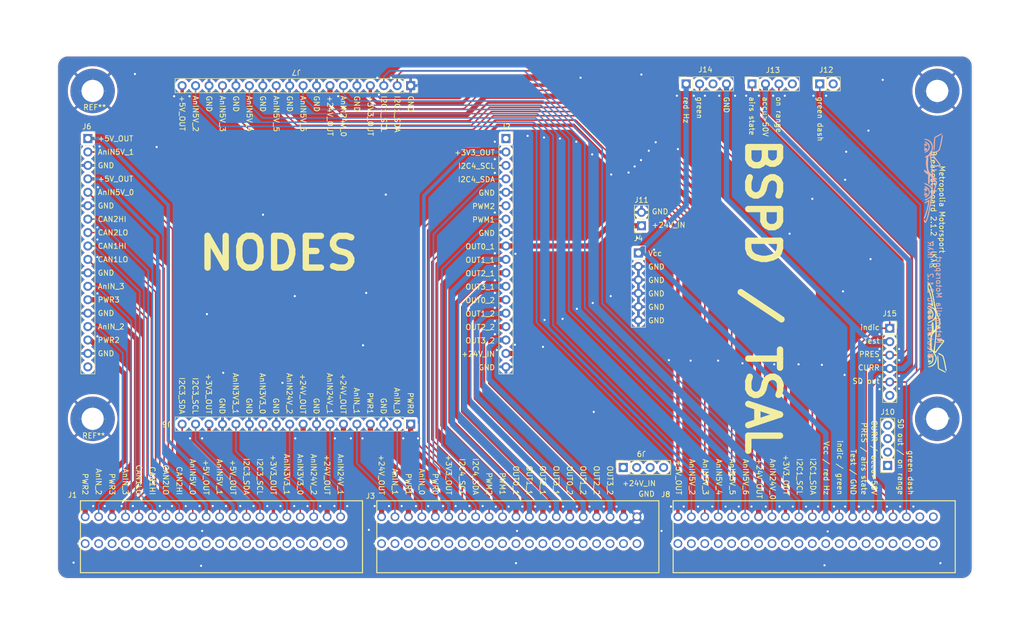
<source format=kicad_pcb>
(kicad_pcb (version 20240108) (generator "pcbnew") (generator_version "8.0")
  (layers (0 "F.Cu" signal) (31 "B.Cu" signal) (34 "B.Paste" user) (35 "F.Paste" user) (36 "B.SilkS" user "B.Silkscreen") (37 "F.SilkS" user "F.Silkscreen") (38 "B.Mask" user) (39 "F.Mask" user) (44 "Edge.Cuts" user))
  (net 0 "")
  (net 14 "/Vin")
  (net 16 "/GND")
  (net 43 "/AnIN5V_0")
  (net 44 "/AnIN5V_1")
  (net 45 "/AnIN24V_1")
  (net 76 "/CAN2LO")
  (net 77 "/CAN2HI")
  (net 78 "/CAN1LO")
  (net 79 "/CAN1HI")
  (net 80 "/I2C3_SDA")
  (net 81 "/I2C3_SCL")
  (net 82 "/+3V3_OUT2")
  (net 83 "/I2C1_SDA")
  (net 84 "/I2C1_SCL")
  (net 85 "/+3V3_OUT1")
  (net 86 "/I2C4_SDA")
  (net 87 "/I2C4_SCL")
  (net 88 "/+3V3_OUT0")
  (net 89 "/+24V_OUT0")
  (net 90 "/+24V_OUT1")
  (net 91 "/+24V_OUT2")
  (net 92 "/PWR1")
  (net 93 "/AnIN_0")
  (net 94 "/PWR2")
  (net 95 "/AnIN_1")
  (net 96 "/PWR3")
  (net 97 "/AnIN_2")
  (net 98 "/AnIN_3")
  (net 99 "/PWM1")
  (net 100 "/PWM2")
  (net 101 "/OUT0_1")
  (net 102 "/OUT1_1")
  (net 103 "/OUT2_1")
  (net 104 "/OUT3_1")
  (net 105 "/OUT0_2")
  (net 106 "/OUT1_2")
  (net 107 "/OUT2_2")
  (net 108 "/OUT3_2")
  (net 109 "/+5V_OUT0")
  (net 110 "/+5V_OUT1")
  (net 111 "/+5V_OUT2")
  (net 113 "/Vcc {slash} red Hz")
  (net 114 "/indic {slash} green")
  (net 115 "/Test {slash} GND")
  (net 116 "/PRES {slash} airs state")
  (net 117 "/green dash")
  (net 121 "/CURR {slash} accu>50V")
  (net 122 "/SD out {slash} on range")
  (net 123 "/AnIN24V_2")
  (net 124 "/AnIN3V3_0")
  (net 125 "/AnIN3V3_1")
  (net 126 "/PWR0")
  (net 127 "/AnIN5V_4")
  (net 128 "/AnIN5V_3")
  (net 129 "/AnIN5V_6")
  (net 130 "/AnIN5V_5")
  (net 131 "/AnIN5V_2")
  (net 132 "/AnIN24V_0")
  (footprint "Connector_PinSocket_2.54mm:PinSocket_1x04_P2.54mm_Vertical" (layer "F.Cu") (at 183.555 50.065 90)
    (property "Reference" "J14")
    (property "Value" "Conn_01x04")
  )
  (footprint "Connector_PinSocket_2.54mm:PinSocket_1x04_P2.54mm_Vertical" (layer "F.Cu") (at 221.63 122.225 180)
    (property "Reference" "J10")
    (property "Value" "Conn_01x04")
  )
  (footprint "Metropolia Motorsport:8.4mm4.2mmBOLT" (layer "F.Cu") (at 231 51.4)
    (property "Reference" "REF**")
    (property "Value" "8.4mm4.2mmBOLT" (hide yes))
  )
  (footprint "Metropolia Motorsport:8.4mm4.2mmBOLT" (layer "F.Cu") (at 71.4 51.4)
    (property "Reference" "REF**")
    (property "Value" "8.4mm4.2mmBOLT" (hide yes))
  )
  (footprint "Connector_PinSocket_2.54mm:PinSocket_1x18_P2.54mm_Vertical" (layer "F.Cu") (at 131.5 114.4 -90)
    (property "Reference" "J5")
    (property "Value" "Conn_01x18")
  )
  (footprint "Connector_PinSocket_2.54mm:PinSocket_1x18_P2.54mm_Vertical" (layer "F.Cu") (at 70.5 60.4)
    (property "Reference" "J6")
    (property "Value" "Conn_01x18")
  )
  (footprint "Connector_Phoenix_SPT:1706013" (layer "F.Cu") (at 70 137)
    (property "Reference" "J1")
    (property "Value" "1706013" (hide yes))
  )
  (footprint "Connector_PinSocket_2.54mm:PinSocket_1x04_P2.54mm_Vertical" (layer "F.Cu") (at 196.005 50.065 90)
    (property "Reference" "J13")
    (property "Value" "Conn_01x04")
  )
  (footprint "Connector_PinSocket_2.54mm:PinSocket_1x06_P2.54mm_Vertical" (layer "F.Cu") (at 222.025 96.275)
    (property "Reference" "J15")
    (property "Value" "Conn_01x06")
  )
  (footprint "Connector_Phoenix_SPT:1706013" (layer "F.Cu") (at 182 137)
    (property "Reference" "J8")
    (property "Value" "1706013" (hide yes))
  )
  (footprint "Metropolia Motorsport:formula_logo" (layer "F.Cu") (at 231 96.2 -90)
    (property "Reference" "G***" (hide yes))
    (property "Value" "LOGO" (hide yes))
  )
  (footprint "Connector_PinSocket_2.54mm:PinSocket_1x18_P2.54mm_Vertical" (layer "F.Cu") (at 149.5 60.4)
    (property "Reference" "J2")
    (property "Value" "Conn_01x18")
  )
  (footprint "Connector_PinSocket_2.54mm:PinSocket_1x02_P2.54mm_Vertical" (layer "F.Cu") (at 208.805 50.065 90)
    (property "Reference" "J12")
    (property "Value" "Conn_01x02")
  )
  (footprint "Connector_PinSocket_2.54mm:PinSocket_1x02_P2.54mm_Vertical" (layer "F.Cu") (at 175.12 76.895 180)
    (property "Reference" "J11")
    (property "Value" "Conn_01x02")
  )
  (footprint "Connector_PinSocket_2.54mm:PinSocket_1x04_P2.54mm_Vertical" (layer "F.Cu") (at 171.675 122.6 90)
    (property "Reference" "J9")
    (property "Value" "Conn_01x04")
  )
  (footprint "Connector_Phoenix_SPT:1706013" (layer "F.Cu") (at 126 137)
    (property "Reference" "J3")
    (property "Value" "1706013" (hide yes))
  )
  (footprint "Metropolia Motorsport:8.4mm4.2mmBOLT" (layer "F.Cu") (at 231 119.1)
    (property "Reference" "REF**")
    (property "Value" "8.4mm4.2mmBOLT" (hide yes))
  )
  (footprint "Metropolia Motorsport:8.4mm4.2mmBOLT" (layer "F.Cu") (at 71.4 119.1)
    (property "Reference" "REF**")
    (property "Value" "8.4mm4.2mmBOLT" (hide yes))
  )
  (footprint "Connector_PinSocket_2.54mm:PinSocket_1x06_P2.54mm_Vertical" (layer "F.Cu") (at 174.525 82.045)
    (property "Reference" "J4")
    (property "Value" "Conn_01x06")
  )
  (footprint "Connector_PinSocket_2.54mm:PinSocket_1x18_P2.54mm_Vertical" (layer "F.Cu") (at 131.5 50.4 -90)
    (property "Reference" "J7")
    (property "Value" "Conn_01x18")
  )
  (footprint "Metropolia Motorsport:formula_logo" (layer "B.Cu") (at 230.3 67.9 90)
    (property "Reference" "G***" (hide yes))
    (property "Value" "LOGO" (hide yes))
  )
  (gr_arc (start 237.7 141.7) (mid 237.114214 143.114214) (end 235.7 143.7) (stroke (width 0.05)) (layer "Edge.Cuts"))
  (gr_line (start 64.7 46.7) (end 64.7 141.7) (stroke (width 0.05)) (layer "Edge.Cuts"))
  (gr_arc (start 66.7 143.7) (mid 65.285786 143.114214) (end 64.7 141.7) (stroke (width 0.05)) (layer "Edge.Cuts"))
  (gr_arc (start 235.7 44.7) (mid 237.114214 45.285786) (end 237.7 46.7) (stroke (width 0.05)) (layer "Edge.Cuts"))
  (gr_line (start 66.7 143.7) (end 235.7 143.7) (stroke (width 0.05)) (layer "Edge.Cuts"))
  (gr_arc (start 64.7 46.7) (mid 65.285786 45.285786) (end 66.7 44.7) (stroke (width 0.05)) (layer "Edge.Cuts"))
  (gr_line (start 235.7 44.7) (end 66.7 44.7) (stroke (width 0.05)) (layer "Edge.Cuts"))
  (gr_line (start 237.7 141.7) (end 237.7 46.7) (stroke (width 0.05)) (layer "Edge.Cuts"))
  (gr_text "Metropolia Motorsport\nBreakout board 2.1.2 - IKλR" (at 230.5 90.9 270) (layer "B.SilkS") (effects (font (size 1 1) (thickness 0.154)) (justify mirror)))
  (gr_text "GND" (at 176.3 92.86 0) (layer "F.SilkS") (effects (font (size 1 1) (thickness 0.154)) (justify left bottom)))
  (gr_text "CAN1HI" (at 72.3 81.32 0) (layer "F.SilkS") (effects (font (size 1 1) (thickness 0.154)) (justify left bottom)))
  (gr_text "Vcc" (at 176.3 82.7 0) (layer "F.SilkS") (effects (font (size 1 1) (thickness 0.154)) (justify left bottom)))
  (gr_text "PWR1" (at 130.48 127.9 270) (layer "F.SilkS") (effects (font (size 1 1) (thickness 0.154)) (justify right bottom)))
  (gr_text "+3V3_OUT" (at 147.5 63.64 0) (layer "F.SilkS") (effects (font (size 1 1) (thickness 0.154)) (justify right bottom)))
  (gr_text "GND" (at 72.3 86.4 0) (layer "F.SilkS") (effects (font (size 1 1) (thickness 0.154)) (justify left bottom)))
  (gr_text "+3V3_OUT" (at 138.1 127.9 270) (layer "F.SilkS") (effects (font (size 1 1) (thickness 0.154)) (justify right bottom)))
  (gr_text "accu>50V" (at 197.94 52.4 270) (layer "F.SilkS") (effects (font (size 1 1) (thickness 0.154)) (justify left bottom)))
  (gr_text "AnIN5V_0" (at 72.3 71.16 0) (layer "F.SilkS") (effects (font (size 1 1) (thickness 0.154)) (justify left bottom)))
  (gr_text "OUT1_2" (at 147.5 94.12 0) (layer "F.SilkS") (effects (font (size 1 1) (thickness 0.154)) (justify right bottom)))
  (gr_text "GND" (at 176.3 87.78 0) (layer "F.SilkS") (effects (font (size 1 1) (thickness 0.154)) (justify left bottom)))
  (gr_text "GND" (at 177 74.8 0) (layer "F.SilkS") (effects (font (size 1 1) (thickness 0.154)) (justify left bottom)))
  (gr_text "+5V_OUT" (at 72.3 68.62 0) (layer "F.SilkS") (effects (font (size 1 1) (thickness 0.154)) (justify left bottom)))
  (gr_text "GND" (at 147.5 71.26 0) (layer "F.SilkS") (effects (font (size 1 1) (thickness 0.154)) (justify right bottom)))
  (gr_text "GND" (at 176.3 85.24 0) (layer "F.SilkS") (effects (font (size 1 1) (thickness 0.154)) (justify left bottom)))
  (gr_text "PWR3" (at 74.48 127.9 270) (layer "F.SilkS") (effects (font (size 1 1) (thickness 0.154)) (justify right bottom)))
  (gr_text "AnIN5V_2" (at 90.28 52.2 270) (layer "F.SilkS") (effects (font (size 1 1) (thickness 0.154)) (justify left bottom)))
  (gr_text "GND" (at 113.14 52.2 270) (layer "F.SilkS") (effects (font (size 1 1) (thickness 0.154)) (justify left bottom)))
  (gr_text "GND" (at 105.46 112.6 270) (layer "F.SilkS") (effects (font (size 1 1) (thickness 0.154)) (justify right bottom)))
  (gr_text "AnIN5V_4" (at 189.16 127.9 270) (layer "F.SilkS") (effects (font (size 1 1) (thickness 0.154)) (justify right bottom)))
  (gr_text "GND" (at 72.3 73.7 0) (layer "F.SilkS") (effects (font (size 1 1) (thickness 0.154)) (justify left bottom)))
  (gr_text "GND" (at 113.08 112.6 270) (layer "F.SilkS") (effects (font (size 1 1) (thickness 0.154)) (justify right bottom)))
  (gr_text "I2C1_SCL" (at 204.4 127.9 270) (layer "F.SilkS") (effects (font (size 1 1) (thickness 0.154)) (justify right bottom)))
  (gr_text "GND" (at 97.9 52.2 270) (layer "F.SilkS") (effects (font (size 1 1) (thickness 0.154)) (justify left bottom)))
  (gr_text "green" (at 185.5 52.4 270) (layer "F.SilkS") (effects (font (size 1 1) (thickness 0.154)) (justify left bottom)))
  (gr_text "+3V3_OUT" (at 123.3 52.2 270) (layer "F.SilkS") (effects (font (size 1 1) (thickness 0.154)) (justify left bottom)))
  (gr_text "PWM2" (at 147.5 73.8 0) (layer "F.SilkS") (effects (font (size 1 1) (thickness 0.154)) (justify right bottom)))
  (gr_text "OUT1_2" (at 163.5 127.9 270) (layer "F.SilkS") (effects (font (size 1 1) (thickness 0.154)) (justify right bottom)))
  (gr_text "CURR" (at 220.2 104.32 0) (layer "F.SilkS") (effects (font (size 1 1) (thickness 0.154)) (justify right bottom)))
  (gr_text "+24V_IN" (at 177.9 126.2 0) (layer "F.SilkS") (effects (font (size 1 1) (thickness 0.154)) (justify right bottom)))
  (gr_text "GND" (at 147.5 104.28 0) (layer "F.SilkS") (effects (font (size 1 1) (thickness 0.154)) (justify right bottom)))
  (gr_text "AnIN24V_1" (at 117.66 127.9 270) (layer "F.SilkS") (effects (font (size 1 1) (thickness 0.154)) (justify right bottom)))
  (gr_text "AnIN24V_0" (at 199.32 128.8 270) (layer "F.SilkS") (effects (font (size 1 1) (thickness 0.154)) (justify right bottom)))
  (gr_text "PWM1" (at 147.5 76.34 0) (layer "F.SilkS") (effects (font (size 1 1) (thickness 0.154)) (justify right bottom)))
  (gr_text "AnIN5V_5" (at 105.52 52.2 270) (layer "F.SilkS") (effects (font (size 1 1) (thickness 0.154)) (justify left bottom)))
  (gr_text "CAN2HI" (at 87.18 127.9 270) (layer "F.SilkS") (effects (font (size 1 1) (thickness 0.154)) (justify right bottom)))
  (gr_text "on range" (at 200.48 52.4 270) (layer "F.SilkS") (effects (font (size 1 1) (thickness 0.154)) (justify left bottom)))
  (gr_text "NODES" (at 90.9 85.6 0) (layer "F.SilkS") (effects (font (size 6 6) (thickness 1.2) (bold yes)) (justify left bottom)))
  (gr_text "AnIN_3" (at 77.02 127.9 270) (layer "F.SilkS") (effects (font (size 1 1) (thickness 0.154)) (justify right bottom)))
  (gr_text "AnIN24V_2" (at 108 112.6 270) (layer "F.SilkS") (effects (font (size 1 1) (thickness 0.154)) (justify right bottom)))
  (gr_text "OUT3_1" (at 147.5 89.04 0) (layer "F.SilkS") (effects (font (size 1 1) (thickness 0.154)) (justify right bottom)))
  (gr_text "PRES" (at 220.2 101.78 0) (layer "F.SilkS") (effects (font (size 1 1) (thickness 0.154)) (justify right bottom)))
  (gr_text "+5V_OUT" (at 92.26 127.9 270) (layer "F.SilkS") (effects (font (size 1 1) (thickness 0.154)) (justify right bottom)))
  (gr_text "CAN1HI" (at 82.1 127.9 270) (layer "F.SilkS") (effects (font (size 1 1) (thickness 0.154)) (justify right bottom)))
  (gr_text "I2C1_SDA" (at 206.94 127.9 270) (layer "F.SilkS") (effects (font (size 1 1) (thickness 0.154)) (justify right bottom)))
  (gr_text "CAN2LO" (at 84.64 127.9 270) (layer "F.SilkS") (effects (font (size 1 1) (thickness 0.154)) (justify right bottom)))
  (gr_text "PWR2" (at 69.4 127.9 270) (layer "F.SilkS") (effects (font (size 1 1) (thickness 0.154)) (justify right bottom)))
  (gr_text "OUT2_1" (at 147.5 86.5 0) (layer "F.SilkS") (effects (font (size 1 1) (thickness 0.154)) (justify right bottom)))
  (gr_text "GND" (at 147.5 78.88 0) (layer "F.SilkS") (effects (font (size 1 1) (thickness 0.154)) (justify right bottom)))
  (gr_text "I2C4_SDA" (at 147.5 68.72 0) (layer "F.SilkS") (effects (font (size 1 1) (thickness 0.154)) (justify right bottom)))
  (gr_text "I2C4_SCL" (at 147.5 66.18 0) (layer "F.SilkS") (effects (font (size 1 1) (thickness 0.154)) (justify right bottom)))
  (gr_text "+3V3_OUT" (at 92.76 112.6 270) (layer "F.SilkS") (effects (font (size 1 1) (thickness 0.154)) (justify right bottom)))
  (gr_text "+24V_OUT" (at 118.16 112.6 270) (layer "F.SilkS") (effects (font (size 1 1) (thickness 0.154)) (justify right bottom)))
  (gr_text "AnIN5V_6" (at 110.6 52.2 270) (layer "F.SilkS") (effects (font (size 1 1) (thickness 0.154)) (justify left bottom)))
  (gr_text "GND" (at 108.06 52.2 270) (layer "F.SilkS") (effects (font (size 1 1) (thickness 0.154)) (justify left bottom)))
  (gr_text "I2C4_SDA" (at 143.18 127.9 270) (layer "F.SilkS") (effects (font (size 1 1) (thickness 0.154)) (justify right bottom)))
  (gr_text "GND" (at 72.3 94.02 0) (layer "F.SilkS") (effects (font (size 1 1) (thickness 0.154)) (justify left bottom)))
  (gr_text "OUT0_2" (at 147.5 91.58 0) (layer "F.SilkS") (effects (font (size 1 1) (thickness 0.154)) (justify right bottom)))
  (gr_text "AnIN3V3_0" (at 110.04 127.9 270) (layer "F.SilkS") (effects (font (size 1 1) (thickness 0.154)) (justify right bottom)))
  (gr_text "+5V_OUT" (at 87.74 52.2 270) (layer "F.SilkS") (effects (font (size 1 1) (thickness 0.154)) (justify left bottom)))
  (gr_text "I2C4_SCL" (at 140.64 127.9 270) (layer "F.SilkS") (effects (font (size 1 1) (thickness 0.154)) (justify right bottom)))
  (gr_text "OUT0_2" (at 160.96 127.9 270) (layer "F.SilkS") (effects (font (size 1 1) (thickness 0.154)) (justify right bottom)))
  (gr_text "CAN1LO" (at 79.56 127.9 270) (layer "F.SilkS") (effects (font (size 1 1) (thickness 0.154)) (justify right bottom)))
  (gr_text "+24V_OUT" (at 196.78 128.6 270) (layer "F.SilkS") (effects (font (size 1 1) (thickness 0.154)) (justify right bottom)))
  (gr_text "Vcc / red Hz" (at 209.48 127.9 270) (layer "F.SilkS") (effects (font (size 1 1) (thickness 0.154)) (justify right bottom)))
  (gr_text "GND" (at 125.78 112.6 270) (layer "F.SilkS") (effects (font (size 1 1) (thickness 0.154)) (justify right bottom)))
  (gr_text "AnIN_0" (at 133.02 127.9 270) (layer "F.SilkS") (effects (font (size 1 1) (thickness 0.154)) (justify right bottom)))
  (gr_text "PWR3" (at 72.3 91.48 0) (layer "F.SilkS") (effects (font (size 1 1) (thickness 0.154)) (justify left bottom)))
  (gr_text "AnIN5V_3" (at 95.36 52.2 270) (layer "F.SilkS") (effects (font (size 1 1) (thickness 0.154)) (justify left bottom)))
  (gr_text "AnIN3V3_1" (at 107.5 127.9 270) (layer "F.SilkS") (effects (font (size 1 1) (thickness 0.154)) (justify right bottom)))
  (gr_text "AnIN24V_1" (at 115.62 112.6 270) (layer "F.SilkS") (effects (font (size 1 1) (thickness 0.154)) (justify right bottom)))
  (gr_text "AnIN5V_2" (at 184.08 127.9 270) (layer "F.SilkS") (effects (font (size 1 1) (thickness 0.154)) (justify right bottom)))
  (gr_text "OUT2_1" (at 155.88 127.9 270) (layer "F.SilkS") (effects (font (size 1 1) (thickness 0.154)) (justify right bottom)))
  (gr_text "AnIN_1" (at 127.94 127.9 270) (layer "F.SilkS") (effects (font (size 1 1) (thickness 0.154)) (justify right bottom)))
  (gr_text "GND" (at 176.3 90.32 0) (layer "F.SilkS") (effects (font (size 1 1) (thickness 0.154)) (justify left bottom)))
  (gr_text "AnIN5V_5" (at 191.7 127.9 270) (layer "F.SilkS") (effects (font (size 1 1) (thickness 0.154)) (justify right bottom)))
  (gr_text "+24V_OUT" (at 110.54 112.6 270) (layer "F.SilkS") (effects (font (size 1 1) (thickness 0.154)) (justify right bottom)))
  (gr_text "GND" (at 92.82 52.2 270) (layer "F.SilkS") (effects (font (size 1 1) (thickness 0.154)) (justify left bottom)))
  (gr_text "GND" (at 120.76 52.2 270) (layer "F.SilkS") (effects (font (size 1 1) (thickness 0.154)) (justify left bottom)))
  (gr_text "Test / GND" (at 214.56 127.9 270) (layer "F.SilkS") (effects (font (size 1 1) (thickness 0.154)) (justify right bottom)))
  (gr_text "indic / green" (at 212.02 127.9 270) (layer "F.SilkS") (effects (font (size 1 1) (thickness 0.154)) (justify right bottom)))
  (gr_text "AnIN_1" (at 120.7 112.6 270) (layer "F.SilkS") (effects (font (size 1 1) (thickness 0.154)) (justify right bottom)))
  (gr_text "GND" (at 190.58 52.4 270) (layer "F.SilkS") (effects (font (size 1 1) (thickness 0.154)) (justify left bottom)))
  (gr_text "OUT0_1" (at 147.5 81.42 0) (layer "F.SilkS") (effects (font (size 1 1) (thickness 0.154)) (justify right bottom)))
  (gr_text "+3V3_OUT" (at 201.86 127.9 270) (layer "F.SilkS") (effects (font (size 1 1) (thickness 0.154)) (justify right bottom)))
  (gr_text "OUT0_1" (at 150.8 127.9 270) (layer "F.SilkS") (effects (font (size 1 1) (thickness 0.154)) (justify right bottom)))
  (gr_text "AnIN5V_0" (at 89.72 127.9 270) (layer "F.SilkS") (effects (font (size 1 1) (thickness 0.154)) (justify right bottom)))
  (gr_text "+24V_OUT" (at 115.12 127.9 270) (layer "F.SilkS") (effects (font (size 1 1) (thickness 0.154)) (justify right bottom)))
  (gr_text "PWR0" (at 135.56 127.9 270) (layer "F.SilkS") (effects (font (size 1 1) (thickness 0.154)) (justify right bottom)))
  (gr_text "GND" (at 95.3 112.6 270) (layer "F.SilkS") (effects (font (size 1 1) (thickness 0.154)) (justify right bottom)))
  (gr_text "airs state" (at 195.4 52.4 270) (layer "F.SilkS") (effects (font (size 1 1) (thickness 0.154)) (justify left bottom)))
  (gr_text "AnIN_2" (at 71.94 127.9 270) (layer "F.SilkS") (effects (font (size 1 1) (thickness 0.154)) (justify right bottom)))
  (gr_text "OUT3_2" (at 147.5 99.2 0) (layer "F.SilkS") (effects (font (size 1 1) (thickness 0.154)) (justify right bottom)))
  (gr_text "OUT1_1" (at 147.5 83.96 0) (layer "F.SilkS") (effects (font (size 1 1) (thickness 0.154)) (justify right bottom)))
  (gr_text "GND" (at 130.92 52.2 270) (layer "F.SilkS") (effects (font (size 1 1) (thickness 0.154)) (justify left bottom)))
  (gr_text "I2C1_SDA" (at 128.38 52.2 270) (layer "F.SilkS") (effects (font (size 1 1) (thickness 0.154)) (justify left bottom)))
  (gr_text "I2C3_SDA" (at 99.88 127.9 270) (layer "F.SilkS") (effects (font (size 1 1) (thickness 0.154)) (justify right bottom)))
  (gr_text "green dash" (at 208.3 52.4 270) (layer "F.SilkS") (effects (font (size 1 1) (thickness 0.154)) (justify left bottom)))
  (gr_text "Test" (at 220.2 99.24 0) (layer "F.SilkS") (effects (font (size 1 1) (thickness 0.154)) (justify right bottom)))
  (gr_text "OUT1_1" (at 153.34 127.9 270) (layer "F.SilkS") (effects (font (size 1 1) (thickness 0.154)) (justify right bottom)))
  (gr_text "CAN2HI" (at 72.3 76.24 0) (layer "F.SilkS") (effects (font (size 1 1) (thickness 0.154)) (justify left bottom)))
  (gr_text "OUT2_2" (at 166.04 127.9 270) (layer "F.SilkS") (effects (font (size 1 1) (thickness 0.154)) (justify right bottom)))
  (gr_text "CAN1LO" (at 72.3 83.86 0) (layer "F.SilkS") (effects (font (size 1 1) (thickness 0.154)) (justify left bottom)))
  (gr_text "CURR / accu>50V" (at 218.5 127.9 270) (layer "F.SilkS") (effects (font (size 1 1) (thickness 0.154)) (justify right bottom)))
  (gr_text "BSPD / TSAL" (at 194.5 59.8 270) (layer "F.SilkS") (effects (font (size 6 6) (thickness 1.2) (bold yes)) (justify left bottom)))
  (gr_text "AnIN5V_1" (at 94.8 127.9 270) (layer "F.SilkS") (effects (font (size 1 1) (thickness 0.154)) (justify right bottom)))
  (gr_text "green dash" (at 225.4 127.9 270) (layer "F.SilkS") (effects (font (size 1 1) (thickness 0.154)) (justify right bottom)))
  (gr_text "+24V_OUT" (at 125.4 127.9 270) (layer "F.SilkS") (effects (font (size 1 1) (thickness 0.154)) (justify right bottom)))
  (gr_text "+5V_OUT" (at 72.3 61 0) (layer "F.SilkS") (effects (font (size 1 1) (thickness 0.154)) (justify left bottom)))
  (gr_text "I2C1_SCL" (at 125.84 52.2 270) (layer "F.SilkS") (effects (font (size 1 1) (thickness 0.154)) (justify left bottom)))
  (gr_text "GND" (at 102.98 52.2 270) (layer "F.SilkS") (effects (font (size 1 1) (thickness 0.154)) (justify left bottom)))
  (gr_text "+24V_IN" (at 177 77.34 0) (layer "F.SilkS") (effects (font (size 1 1) (thickness 0.154)) (justify left bottom)))
  (gr_text "AnIN_2" (at 72.3 96.56 0) (layer "F.SilkS") (effects (font (size 1 1) (thickness 0.154)) (justify left bottom)))
  (gr_text "AnIN5V_1" (at 72.3 63.54 0) (layer "F.SilkS") (effects (font (size 1 1) (thickness 0.154)) (justify left bottom)))
  (gr_text "+3V3_OUT" (at 104.96 127.9 270) (layer "F.SilkS") (effects (font (size 1 1) (thickness 0.154)) (justify right bottom)))
  (gr_text "CAN2LO" (at 72.3 78.78 0) (layer "F.SilkS") (effects (font (size 1 1) (thickness 0.154)) (justify left bottom)))
  (gr_text "+24V_IN" (at 147.5 101.74 0) (layer "F.SilkS") (effects (font (size 1 1) (thickness 0.154)) (justify right bottom)))
  (gr_text "AnIN5V_4" (at 100.44 52.2 270) (layer "F.SilkS") (effects (font (size 1 1) (thickness 0.154)) (justify left bottom)))
  (gr_text "SD out" (at 220.2 106.86 0) (layer "F.SilkS") (effects (font (size 1 1) (thickness 0.154)) (justify right bottom)))
  (gr_text "AnIN24V_0" (at 118.22 52.2 270) (layer "F.SilkS") (effects (font (size 1 1) (thickness 0.154)) (justify left bottom)))
  (gr_text "red Hz" (at 182.96 52.4 270) (layer "F.SilkS") (effects (font (size 1 1) (thickness 0.154)) (justify left bottom)))
  (gr_text "AnIN5V_3" (at 186.62 127.9 270) (layer "F.SilkS") (effects (font (size 1 1) (thickness 0.154)) (justify right bottom)))
  (gr_text "indic" (at 220.2 96.7 0) (layer "F.SilkS") (effects (font (size 1 1) (thickness 0.154)) (justify right bottom)))
  (gr_text "OUT3_2" (at 168.58 127.9 270) (layer "F.SilkS") (effects (font (size 1 1) (thickness 0.154)) (justify right bottom)))
  (gr_text "AnIN5V_6" (at 194.24 127.9 270) (layer "F.SilkS") (effects (font (size 1 1) (thickness 0.154)) (justify right bottom)))
  (gr_text "OUT2_2" (at 147.5 96.66 0) (layer "F.SilkS") (effects (font (size 1 1) (thickness 0.154)) (justify right bottom)))
  (gr_text "OUT3_1" (at 158.42 127.9 270) (layer "F.SilkS") (effects (font (size 1 1) (thickness 0.154)) (justify right bottom)))
  (gr_text "+24V_OUT" (at 115.68 52.2 270) (layer "F.SilkS") (effects (font (size 1 1) (thickness 0.154)) (justify left bottom)))
  (gr_text "I2C3_SCL" (at 102.42 127.9 270) (layer "F.SilkS") (effects (font (size 1 1) (thickness 0.154)) (justify right bottom)))
  (gr_text "I2C3_SCL" (at 90.22 112.6 270) (layer "F.SilkS") (effects (font (size 1 1) (thickness 0.154)) (justify right bottom)))
  (gr_text "GND" (at 100.38 112.6 270) (layer "F.SilkS") (effects (font (size 1 1) (thickness 0.154)) (justify right bottom)))
  (gr_text "GND" (at 176.3 95.4 0) (layer "F.SilkS") (effects (font (size 1 1) (thickness 0.154)) (justify left bottom)))
  (gr_text "+5V_OUT" (at 97.34 127.9 270) (layer "F.SilkS") (effects (font (size 1 1) (thickness 0.154)) (justify right bottom)))
  (gr_text "AnIN_3" (at 72.3 88.94 0) (layer "F.SilkS") (effects (font (size 1 1) (thickness 0.154)) (justify left bottom)))
  (gr_text "PWR0" (at 130.86 112.6 270) (layer "F.SilkS") (effects (font (size 1 1) (thickness 0.154)) (justify right bottom)))
  (gr_text "+5V_OUT" (at 181.54 127.9 270) (layer "F.SilkS") (effects (font (size 1 1) (thickness 0.154)) (justify right bottom)))
  (gr_text "PWM1" (at 148.26 127.9 270) (layer "F.SilkS") (effects (font (size 1 1) (thickness 0.154)) (justify right bottom)))
  (gr_text "GND" (at 72.3 66.08 0) (layer "F.SilkS") (effects (font (size 1 1) (thickness 0.154)) (justify left bottom)))
  (gr_text "GND" (at 72.3 101.64 0) (layer "F.SilkS") (effects (font (size 1 1) (thickness 0.154)) (justify left bottom)))
  (gr_text "GND" (at 177.7 128.2 0) (layer "F.SilkS") (effects (font (size 1 1) (thickness 0.154)) (justify right bottom)))
  (gr_text "AnIN24V_2" (at 112.58 127.9 270) (layer "F.SilkS") (effects (font (size 1 1) (thickness 0.154)) (justify right bottom)))
  (gr_text "PWM2" (at 145.72 127.9 270) (layer "F.SilkS") (effects (font (size 1 1) (thickness 0.154)) (justify right bottom)))
  (gr_text "AnIN3V3_1" (at 97.84 112.6 270) (layer "F.SilkS") (effects (font (size 1 1) (thickness 0.154)) (justify right bottom)))
  (gr_text "Metropolia Motorsport\nBreakout board 2.1.2 - IKλR" (at 231.1 73.8 270) (layer "F.SilkS") (effects (font (size 1 1) (thickness 0.154))))
  (gr_text "PWR2" (at 72.3 99.1 0) (layer "F.SilkS") (effects (font (size 1 1) (thickness 0.154)) (justify left bottom)))
  (gr_text "PWR1" (at 123.24 112.6 270) (layer "F.SilkS") (effects (font (size 1 1) (thickness 0.154)) (justify right bottom)))
  (gr_text "I2C3_SDA" (at 87.68 112.6 270) (layer "F.SilkS") (effects (font (size 1 1) (thickness 0.154)) (justify right bottom)))
  (gr_text "PRES / airs state" (at 216.6 127.9 270) (layer "F.SilkS") (effects (font (size 1 1) (thickness 0.154)) (justify right bottom)))
  (gr_text "SD out / on range" (at 223.5 127.9 270) (layer "F.SilkS") (effects (font (size 1 1) (thickness 0.154)) (justify right bottom)))
  (gr_text "AnIN3V3_0" (at 102.92 112.6 270) (layer "F.SilkS") (effects (font (size 1 1) (thickness 0.154)) (justify right bottom)))
  (gr_text "AnIN_0" (at 128.32 112.6 270) (layer "F.SilkS") (effects (font (size 1 1) (thickness 0.154)) (justify right bottom)))
  (target plus (at 231 51.4) (size 5) (width 0.05) (layer "Edge.Cuts"))
  (target plus (at 71.4 51.4) (size 5) (width 0.05) (layer "Edge.Cuts"))
  (target plus (at 231 113.4) (size 5) (width 0.05) (layer "Edge.Cuts"))
  (target plus (at 71.4 113.4) (size 5) (width 0.05) (layer "Edge.Cuts"))
  (segment (start 151.34 101.04) (end 158.8 108.5) (width 1) (layer "F.Cu") (net 14))
  (segment (start 158.8 108.5) (end 158.8 115.5) (width 1) (layer "F.Cu") (net 14))
  (segment (start 149.5 101.04) (end 151.34 101.04) (width 1) (layer "F.Cu") (net 14))
  (segment (start 171.72 128.42) (end 171.72 131.92) (width 1) (layer "F.Cu") (net 14))
  (segment (start 158.8 115.5) (end 171.72 128.42) (width 1) (layer "F.Cu") (net 14))
  (via (at 163.6 48.9) (size 0.8) (drill 0.4) (layers "F.Cu" "B.Cu") (net 16))
  (via (at 86.4 129.9) (size 0.8) (drill 0.4) (layers "F.Cu" "B.Cu") (net 16))
  (via (at 147.4 66.9) (size 0.8) (drill 0.4) (layers "F.Cu" "B.Cu") (net 16))
  (via (at 99.3 129.9) (size 0.8) (drill 0.4) (layers "F.Cu" "B.Cu") (net 16))
  (via (at 184.4 102.4) (size 0.8) (drill 0.4) (layers "F.Cu" "B.Cu") (net 16))
  (via (at 162.9 130) (size 0.8) (drill 0.4) (layers "F.Cu" "B.Cu") (net 16))
  (via (at 132.5 129.9) (size 0.8) (drill 0.4) (layers "F.Cu" "B.Cu") (net 16))
  (via (at 174.3 79.2) (size 0.8) (drill 0.4) (layers "F.Cu" "B.Cu") (net 16))
  (via (at 114.4 129.9) (size 0.8) (drill 0.4) (layers "F.Cu" "B.Cu") (net 16))
  (via (at 103.6 74.8) (size 0.8) (drill 0.4) (layers "F.Cu" "B.Cu") (net 16))
  (via (at 72.3 82.8) (size 0.8) (drill 0.4) (layers "F.Cu" "B.Cu") (net 16))
  (via (at 117.8 52.4) (size 0.8) (drill 0.4) (layers "F.Cu" "B.Cu") (net 16))
  (via (at 216.2 130) (size 0.8) (drill 0.4) (layers "F.Cu" "B.Cu") (net 16))
  (via (at 156.8 94.7) (size 0.8) (drill 0.4) (layers "F.Cu" "B.Cu") (net 16))
  (via (at 127.4 129.9) (size 0.8) (drill 0.4) (layers "F.Cu" "B.Cu") (net 16))
  (via (at 180.7 130) (size 0.8) (drill 0.4) (layers "F.Cu" "B.Cu") (net 16))
  (via (at 210.3 134.7) (size 0.8) (drill 0.4) (layers "F.Cu" "B.Cu") (net 16))
  (via (at 200 52.3) (size 0.8) (drill 0.4) (layers "F.Cu" "B.Cu") (net 16))
  (via (at 202.2 52.3) (size 0.8) (drill 0.4) (layers "F.Cu" "B.Cu") (net 16))
  (via (at 223.8 102.3) (size 0.8) (drill 0.4) (layers "F.Cu" "B.Cu") (net 16))
  (via (at 223.8 107.7) (size 0.8) (drill 0.4) (layers "F.Cu" "B.Cu") (net 16))
  (via (at 155.04 130) (size 0.8) (drill 0.4) (layers "F.Cu" "B.Cu") (net 16))
  (via (at 127.8 48.9) (size 0.8) (drill 0.4) (layers "F.Cu" "B.Cu") (net 16))
  (via (at 204.8 103.1) (size 0.8) (drill 0.4) (layers "F.Cu" "B.Cu") (net 16))
  (via (at 172.669669 66.830331) (size 0.8) (drill 0.4) (layers "F.Cu" "B.Cu") (net 16))
  (via (at 147.8 100.4) (size 0.8) (drill 0.4) (layers "F.Cu" "B.Cu") (net 16))
  (via (at 181.8 52.3) (size 0.8) (drill 0.4) (layers "F.Cu" "B.Cu") (net 16))
  (via (at 195.9 130) (size 0.8) (drill 0.4) (layers "F.Cu" "B.Cu") (net 16))
  (via (at 124.7 129.9) (size 0.8) (drill 0.4) (layers "F.Cu" "B.Cu") (net 16))
  (via (at 109.5 129.9) (size 0.8) (drill 0.4) (layers "F.Cu" "B.Cu") (net 16))
  (via (at 137.6 129.9) (size 0.8) (drill 0.4) (layers "F.Cu" "B.Cu") (net 16))
  (via (at 79 129.9) (size 0.8) (drill 0.4) (layers "F.Cu" "B.Cu") (net 16))
  (via (at 84.1 129.9) (size 0.8) (drill 0.4) (layers "F.Cu" "B.Cu") (net 16))
  (via (at 189.8 52.3) (size 0.8) (drill 0.4) (layers "F.Cu" "B.Cu") (net 16))
  (via (at 220.1 97.4) (size 0.8) (drill 0.4) (layers "F.Cu" "B.Cu") (net 16))
  (via (at 194.2 102.9) (size 0.8) (drill 0.4) (layers "F.Cu" "B.Cu") (net 16))
  (via (at 221.5 130) (size 0.8) (drill 0.4) (layers "F.Cu" "B.Cu") (net 16))
  (via (at 224 130) (size 0.8) (drill 0.4) (layers "F.Cu" "B.Cu") (net 16))
  (via (at 147.4 64.3) (size 0.8) (drill 0.4) (layers "F.Cu" "B.Cu") (net 16))
  (via (at 92.1 134.6) (size 0.8) (drill 0.4) (layers "F.Cu" "B.Cu") (net 16))
  (via (at 101.8 129.9) (size 0.8) (drill 0.4) (layers "F.Cu" "B.Cu") (net 16))
  (via (at 151.6 134.6) (size 0.8) (drill 0.4) (layers "F.Cu" "B.Cu") (net 16))
  (via (at 91.9 141.2) (size 0.8) (drill 0.4) (layers "F.Cu" "B.Cu") (net 16))
  (via (at 177.8 61.1) (size 0.8) (drill 0.4) (layers "F.Cu" "B.Cu") (net 16))
  (via (at 147.569669 130.030331) (size 0.8) (drill 0.4) (layers "F.Cu" "B.Cu") (net 16))
  (via (at 173.819669 65.680331) (size 0.8) (drill 0.4) (layers "F.Cu" "B.Cu") (net 16))
  (via (at 125.5 52.1) (size 0.8) (drill 0.4) (layers "F.Cu" "B.Cu") (net 16))
  (via (at 119.5 129.9) (size 0.8) (drill 0.4) (layers "F.Cu" "B.Cu") (net 16))
  (via (at 130.1 117.1) (size 0.8) (drill 0.4) (layers "F.Cu" "B.Cu") (net 16))
  (via (at 213.8 62.9) (size 0.8) (drill 0.4) (layers "F.Cu" "B.Cu") (net 16))
  (via (at 89 129.9) (size 0.8) (drill 0.4) (layers "F.Cu" "B.Cu") (net 16))
  (via (at 142.6 129.9) (size 0.8) (drill 0.4) (layers "F.Cu" "B.Cu") (net 16))
  (via (at 165.3 130) (size 0.8) (drill 0.4) (layers "F.Cu" "B.Cu") (net 16))
  (via (at 71.5 129.9) (size 0.8) (drill 0.4) (layers "F.Cu" "B.Cu") (net 16))
  (via (at 109.7 117.1) (size 0.8) (drill 0.4) (layers "F.Cu" "B.Cu") (net 16))
  (via (at 132.9 117.1) (size 0.8) (drill 0.4) (layers "F.Cu" "B.Cu") (net 16))
  (via (at 220.1 105.4) (size 0.8) (drill 0.4) (layers "F.Cu" "B.Cu") (net 16))
  (via (at 109.6 90.2) (size 0.8) (drill 0.4) (layers "F.Cu" "B.Cu") (net 16))
  (via (at 122.4 117.1) (size 0.8) (drill 0.4) (layers "F.Cu" "B.Cu") (net 16))
  (via (at 72.3 79.5) (size 0.8) (drill 0.4) (layers "F.Cu" "B.Cu") (net 16))
  (via (at 218.4 83.2) (size 0.8) (drill 0.4) (layers "F.Cu" "B.Cu") (net 16))
  (via (at 147.4 74.4) (size 0.8) (drill 0.4) (layers "F.Cu" "B.Cu") (net 16))
  (via (at 117.1 129.9) (size 0.8) (drill 0.4) (layers "F.Cu" "B.Cu") (net 16))
  (via (at 175.022182 64.477818) (size 0.8) (drill 0.4) (layers "F.Cu" "B.Cu") (net 16))
  (via (at 147.4 61) (size 0.8) (drill 0.4) (layers "F.Cu" "B.Cu") (net 16))
  (via (at 160.3 130) (size 0.8) (drill 0.4) (layers "F.Cu" "B.Cu") (net 16))
  (via (at 223.8 100.2) (size 0.8) (drill 0.4) (layers "F.Cu" "B.Cu") (net 16))
  (via (at 209.2 103.2) (size 0.8) (drill 0.4) (layers "F.Cu" "B.Cu") (net 16))
  (via (at 201.2 130) (size 0.8) (drill 0.4) (layers "F.Cu" "B.Cu") (net 16))
  (via (at 147.4 87.2) (size 0.8) (drill 0.4) (layers "F.Cu" "B.Cu") (net 16))
  (via (at 183.1 130) (size 0.8) (drill 0.4) (layers "F.Cu" "B.Cu") (net 16))
  (via (at 166.1 112.1) (size 0.8) (drill 0.4) (layers "F.Cu" "B.Cu") (net 16))
  (via (at 162.9 92.6) (size 0.8) (drill 0.4) (layers "F.Cu" "B.Cu") (net 16))
  (via (at 123.1 89.6) (size 0.8) (drill 0.4) (layers "F.Cu" "B.Cu") (net 16))
  (via (at 86.8 52.4) (size 0.8) (drill 0.4) (layers "F.Cu" "B.Cu") (net 16))
  (via (at 220.7 49.3) (size 0.8) (drill 0.4) (layers "F.Cu" "B.Cu") (net 16))
  (via (at 89.8 117.1) (size 0.8) (drill 0.4) (layers "F.Cu" "B.Cu") (net 16))
  (via (at 94.1 129.9) (size 0.8) (drill 0.4) (layers "F.Cu" "B.Cu") (net 16))
  (via (at 147.4 97.4) (size 0.8) (drill 0.4) (layers "F.Cu" "B.Cu") (net 16))
  (via (at 188.5 130) (size 0.8) (drill 0.4) (layers "F.Cu" "B.Cu") (net 16))
  (via (at 231.6 140.7) (size 0.8) (drill 0.4) (layers "F.Cu" "B.Cu") (net 16))
  (via (at 96.6 129.9) (size 0.8) (drill 0.4) (layers "F.Cu" "B.Cu") (net 16))
  (via (at 150 130) (size 0.8) (drill 0.4) (layers "F.Cu" "B.Cu") (net 16))
  (via (at 197.3 52.3) (size 0.8) (drill 0.4) (layers "F.Cu" "B.Cu") (net 16))
  (via (at 207.4 71.8) (size 0.8) (drill 0.4) (layers "F.Cu" "B.Cu") (net 16))
  (via (at 79.4 48.2) (size 0.8) (drill 0.4) (layers "F.Cu" "B.Cu") (net 16))
  (via (at 160.2 94.5) (size 0.8) (drill 0.4) (layers "F.Cu" "B.Cu") (net 16))
  (via (at 151.4 140.7) (size 0.8) (drill 0.4) (layers "F.Cu" "B.Cu") (net 16))
  (via (at 117.2 117.1) (size 0.8) (drill 0.4) (layers "F.Cu" "B.Cu") (net 16))
  (via (at 176.495926 62.704074) (size 0.8) (drill 0.4) (layers "F.Cu" "B.Cu") (net 16))
  (via (at 177.5 81.4) (size 0.8) (drill 0.4) (layers "F.Cu" "B.Cu") (net 16))
  (via (at 125.2 48.9) (size 0.8) (drill 0.4) (layers "F.Cu" "B.Cu") (net 16))
  (via (at 193.5 130) (size 0.8) (drill 0.4) (layers "F.Cu" "B.Cu") (net 16))
  (via (at 213.6 130) (size 0.8) (drill 0.4) (layers "F.Cu" "B.Cu") (net 16))
  (via (at 180.3 102.3) (size 0.8) (drill 0.4) (layers "F.Cu" "B.Cu") (net 16))
  (via (at 165.9 91.5) (size 0.8) (drill 0.4) (layers "F.Cu" "B.Cu") (net 16))
  (via (at 210 52.3) (size 0.8) (drill 0.4) (layers "F.Cu" "B.Cu") (net 16))
  (via (at 156.5 99.8) (size 0.8) (drill 0.4) (layers "F.Cu" "B.Cu") (net 16))
  (via (at 152.6 130) (size 0.8) (drill 0.4) (layers "F.Cu" "B.Cu") (net 16))
  (via (at 104.4 129.9) (size 0.8) (drill 0.4) (layers "F.Cu" "B.Cu") (net 16))
  (via (at 153.6 59.9) (size 0.8) (drill 0.4) (layers "F.Cu" "B.Cu") (net 16))
  (via (at 72.4 69.6) (size 0.8) (drill 0.4) (layers "F.Cu" "B.Cu") (net 16))
  (via (at 203.7 130) (size 0.8) (drill 0.4) (layers "F.Cu" "B.Cu") (net 16))
  (via (at 206.2 130) (size 0.8) (drill 0.4) (layers "F.Cu" "B.Cu") (net 16))
  (via (at 145.1 129.9) (size 0.8) (drill 0.4) (layers "F.Cu" "B.Cu") (net 16))
  (via (at 216.6 106.6) (size 0.8) (drill 0.4) (layers "F.Cu" "B.Cu") (net 16))
  (via (at 185.8 130) (size 0.8) (drill 0.4) (layers "F.Cu" "B.Cu") (net 16))
  (via (at 73.7 129.9) (size 0.8) (drill 0.4) (layers "F.Cu" "B.Cu") (net 16))
  (via (at 83.5 62) (size 0.8) (drill 0.4) (layers "F.Cu" "B.Cu") (net 16))
  (via (at 218.8 130) (size 0.8) (drill 0.4) (layers "F.Cu" "B.Cu") (net 16))
  (via (at 192.8 52.3) (size 0.8) (drill 0.4) (layers "F.Cu" "B.Cu") (net 16))
  (via (at 147.4 82.1) (size 0.8) (drill 0.4) (layers "F.Cu" "B.Cu") (net 16))
  (via (at 175.1 48.3) (size 0.8) (drill 0.4) (layers "F.Cu" "B.Cu") (net 16))
  (via (at 169.3 90.2) (size 0.8) (drill 0.4) (layers "F.Cu" "B.Cu") (net 16))
  (via (at 157.8 130) (size 0.8) (drill 0.4) (layers "F.Cu" "B.Cu") (net 16))
  (via (at 126.8 71) (size 0.8) (drill 0.4) (layers "F.Cu" "B.Cu") (net 16))
  (via (at 151.2 99.4) (size 0.8) (drill 0.4) (layers "F.Cu" "B.Cu") (net 16))
  (via (at 218 58.9) (size 0.8) (drill 0.4) (layers "F.Cu" "B.Cu") (net 16))
  (via (at 203.1 78.4) (size 0.8) (drill 0.4) (layers "F.Cu" "B.Cu") (net 16))
  (via (at 187.1 52.3) (size 0.8) (drill 0.4) (layers "F.Cu" "B.Cu") (net 16))
  (via (at 213.2 89.3) (size 0.8) (drill 0.4) (layers "F.Cu" "B.Cu") (net 16))
  (via (at 140 129.9) (size 0.8) (drill 0.4) (layers "F.Cu" "B.Cu") (net 16))
  (via (at 151.3 82.2) (size 0.8) (drill 0.4) (layers "F.Cu" "B.Cu") (net 16))
  (via (at 120.2 117.1) (size 0.8) (drill 0.4) (layers "F.Cu" "B.Cu") (net 16))
  (via (at 89.7 52.4) (size 0.8) (drill 0.4) (layers "F.Cu" "B.Cu") (net 16))
  (via (at 220.1 102.3) (size 0.8) (drill 0.4) (layers "F.Cu" "B.Cu") (net 16))
  (via (at 170.4 130) (size 0.8) (drill 0.4) (layers "F.Cu" "B.Cu") (net 16))
  (via (at 223.8 105.3) (size 0.8) (drill 0.4) (layers "F.Cu" "B.Cu") (net 16))
  (via (at 67.8 140.6) (size 0.8) (drill 0.4) (layers "F.Cu" "B.Cu") (net 16))
  (via (at 220.1 107.8) (size 0.8) (drill 0.4) (layers "F.Cu" "B.Cu") (net 16))
  (via (at 165.8 63.4) (size 0.8) (drill 0.4) (layers "F.Cu" "B.Cu") (net 16))
  (via (at 207.6 52.3) (size 0.8) (drill 0.4) (layers "F.Cu" "B.Cu") (net 16))
  (via (at 226.5 130) (size 0.8) (drill 0.4) (layers "F.Cu" "B.Cu") (net 16))
  (via (at 72.7 61.9) (size 0.8) (drill 0.4) (layers "F.Cu" "B.Cu") (net 16))
  (via (at 209.7 141.1) (size 0.8) (drill 0.4) (layers "F.Cu" "B.Cu") (net 16))
  (via (at 162.8 61) (size 0.8) (drill 0.4) (layers "F.Cu" "B.Cu") (net 16))
  (via (at 182 62.4) (size 0.8) (drill 0.4) (layers "F.Cu" "B.Cu") (net 16))
  (via (at 178.9 134.6) (size 0.8) (drill 0.4) (layers "F.Cu" "B.Cu") (net 16))
  (via (at 156.7 60.2) (size 0.8) (drill 0.4) (layers "F.Cu" "B.Cu") (net 16))
  (via (at 112 129.9) (size 0.8) (drill 0.4) (layers "F.Cu" "B.Cu") (net 16))
  (via (at 106.9 129.9) (size 0.8) (drill 0.4) (layers "F.Cu" "B.Cu") (net 16))
  (via (at 189.6 102.4) (size 0.8) (drill 0.4) (layers "F.Cu" "B.Cu") (net 16))
  (via (at 76.87 129.9) (size 0.8) (drill 0.4) (layers "F.Cu" "B.Cu") (net 16))
  (via (at 129.8 129.9) (size 0.8) (drill 0.4) (layers "F.Cu" "B.Cu") (net 16))
  (via (at 92.1 117.1) (size 0.8) (drill 0.4) (layers "F.Cu" "B.Cu") (net 16))
  (via (at 81.4 129.9) (size 0.8) (drill 0.4) (layers "F.Cu" "B.Cu") (net 16))
  (via (at 213.5 105.1) (size 0.8) (drill 0.4) (layers "F.Cu" "B.Cu") (net 16))
  (via (at 213.6 68.2) (size 0.8) (drill 0.4) (layers "F.Cu" "B.Cu") (net 16))
  (via (at 185 52.3) (size 0.8) (drill 0.4) (layers "F.Cu" "B.Cu") (net 16))
  (via (at 123.6 134.4) (size 0.8) (drill 0.4) (layers "F.Cu" "B.Cu") (net 16))
  (via (at 147.4 84.5) (size 0.8) (drill 0.4) (layers "F.Cu" "B.Cu") (net 16))
  (via (at 147.4 92.4) (size 0.8) (drill 0.4) (layers "F.Cu" "B.Cu") (net 16))
  (via (at 72.3 77.2) (size 0.8) (drill 0.4) (layers "F.Cu" "B.Cu") (net 16))
  (via (at 194.9 52.3) (size 0.8) (drill 0.4) (layers "F.Cu" "B.Cu") (net 16))
  (via (at 198.6 130) (size 0.8) (drill 0.4) (layers "F.Cu" "B.Cu") (net 16))
  (via (at 191 130) (size 0.8) (drill 0.4) (layers "F.Cu" "B.Cu") (net 16))
  (via (at 208.5 130) (size 0.8) (drill 0.4) (layers "F.Cu" "B.Cu") (net 16))
  (via (at 200.2 103.1) (size 0.8) (drill 0.4) (layers "F.Cu" "B.Cu") (net 16))
  (via (at 159.7 60.4) (size 0.8) (drill 0.4) (layers "F.Cu" "B.Cu") (net 16))
  (via (at 169.4 67.2) (size 0.8) (drill 0.4) (layers "F.Cu" "B.Cu") (net 16))
  (via (at 93 93.6) (size 0.8) (drill 0.4) (layers "F.Cu" "B.Cu") (net 16))
  (via (at 72.3 97.8) (size 0.8) (drill 0.4) (layers "F.Cu" "B.Cu") (net 16))
  (via (at 147.4 89.6) (size 0.8) (drill 0.4) (layers "F.Cu" "B.Cu") (net 16))
  (via (at 107.28 106.6) (size 0.8) (drill 0.4) (layers "F.Cu" "B.Cu") (net 16))
  (via (at 122.5 99.5) (size 0.8) (drill 0.4) (layers "F.Cu" "B.Cu") (net 16))
  (via (at 96.08 104.7) (size 0.8) (drill 0.4) (layers "F.Cu" "B.Cu") (net 16))
  (via (at 134.8 129.9) (size 0.8) (drill 0.4) (layers "F.Cu" "B.Cu") (net 16))
  (via (at 211.5 130) (size 0.8) (drill 0.4) (layers "F.Cu" "B.Cu") (net 16))
  (via (at 91.6 129.9) (size 0.8) (drill 0.4) (layers "F.Cu" "B.Cu") (net 16))
  (via (at 220.1 100.2) (size 0.8) (drill 0.4) (layers "F.Cu" "B.Cu") (net 16))
  (via (at 147.4 94.9) (size 0.8) (drill 0.4) (layers "F.Cu" "B.Cu") (net 16))
  (via (at 168 130) (size 0.8) (drill 0.4) (layers "F.Cu" "B.Cu") (net 16))
  (via (at 72.3 89.7) (size 0.8) (drill 0.4) (layers "F.Cu" "B.Cu") (net 16))
  (segment (start 70.5 70.56) (end 84.9 84.96) (width 0.3) (layer "F.Cu") (net 43))
  (segment (start 84.9 84.96) (end 84.9 124.1) (width 0.3) (layer "F.Cu") (net 43))
  (segment (start 84.9 124.1) (end 90.32 129.52) (width 0.3) (layer "F.Cu") (net 43))
  (segment (start 90.32 129.52) (end 90.32 131.92) (width 0.3) (layer "F.Cu") (net 43))
  (segment (start 86.5 121.1) (end 95.4 130) (width 0.3) (layer "F.Cu") (net 44))
  (segment (start 86.5 77.5) (end 86.5 121.1) (width 0.3) (layer "F.Cu") (net 44))
  (segment (start 70.5 62.94) (end 71.94 62.94) (width 0.3) (layer "F.Cu") (net 44))
  (segment (start 95.4 130) (end 95.4 131.92) (width 0.3) (layer "F.Cu") (net 44))
  (segment (start 71.94 62.94) (end 86.5 77.5) (width 0.3) (layer "F.Cu") (net 44))
  (segment (start 118.26 126.76) (end 118.26 131.92) (width 0.3) (layer "B.Cu") (net 45))
  (segment (start 116.26 114.4) (end 116.26 124.76) (width 0.3) (layer "B.Cu") (net 45))
  (segment (start 116.26 124.76) (end 118.26 126.76) (width 0.3) (layer "B.Cu") (net 45))
  (segment (start 85.24 131.92) (end 85.2 131.88) (width 0.3) (layer "F.Cu") (net 76))
  (segment (start 72.08 78.18) (end 70.5 78.18) (width 0.3) (layer "F.Cu") (net 76))
  (segment (start 85.2 129.1) (end 83.3 127.2) (width 0.3) (layer "F.Cu") (net 76))
  (segment (start 83.3 89.4) (end 72.08 78.18) (width 0.3) (layer "F.Cu") (net 76))
  (segment (start 85.2 131.88) (end 85.2 129.1) (width 0.3) (layer "F.Cu") (net 76))
  (segment (start 83.3 127.2) (end 83.3 89.4) (width 0.3) (layer "F.Cu") (net 76))
  (segment (start 87.78 131.92) (end 87.78 129.78) (width 0.3) (layer "B.Cu") (net 77))
  (segment (start 87.78 129.78) (end 81.9 123.9) (width 0.3) (layer "B.Cu") (net 77))
  (segment (start 72.14 75.64) (end 70.5 75.64) (width 0.3) (layer "B.Cu") (net 77))
  (segment (start 81.9 85.4) (end 72.14 75.64) (width 0.3) (layer "B.Cu") (net 77))
  (segment (start 81.9 123.9) (end 81.9 85.4) (width 0.3) (layer "B.Cu") (net 77))
  (segment (start 81.7 94.46) (end 81.7 126.7) (width 0.3) (layer "F.Cu") (net 78))
  (segment (start 70.5 83.26) (end 81.7 94.46) (width 0.3) (layer "F.Cu") (net 78))
  (segment (start 80.16 128.24) (end 80.16 131.92) (width 0.3) (layer "F.Cu") (net 78))
  (segment (start 81.7 126.7) (end 80.16 128.24) (width 0.3) (layer "F.Cu") (net 78))
  (segment (start 80.3 127.6) (end 80.3 89.3) (width 0.3) (layer "B.Cu") (net 79))
  (segment (start 82.7 130) (end 80.3 127.6) (width 0.3) (layer "B.Cu") (net 79))
  (segment (start 71.72 80.72) (end 70.5 80.72) (width 0.3) (layer "B.Cu") (net 79))
  (segment (start 80.3 89.3) (end 71.72 80.72) (width 0.3) (layer "B.Cu") (net 79))
  (segment (start 82.7 131.92) (end 82.7 130) (width 0.3) (layer "B.Cu") (net 79))
  (segment (start 88.32 114.4) (end 88.32 116.72) (width 0.3) (layer "F.Cu") (net 80))
  (segment (start 88.32 116.72) (end 100.48 128.88) (width 0.3) (layer "F.Cu") (net 80))
  (segment (start 100.48 128.88) (end 100.48 131.92) (width 0.3) (layer "F.Cu") (net 80))
  (segment (start 103.02 129.62) (end 103.02 131.92) (width 0.3) (layer "B.Cu") (net 81))
  (segment (start 90.86 114.4) (end 90.86 117.46) (width 0.3) (layer "B.Cu") (net 81))
  (segment (start 90.86 117.46) (end 103.02 129.62) (width 0.3) (layer "B.Cu") (net 81))
  (segment (start 138.7 131.92) (end 138.7 129.5) (width 0.65) (layer "B.Cu") (net 82))
  (segment (start 138.7 129.5) (end 134 124.8) (width 0.65) (layer "B.Cu") (net 82))
  (segment (start 134 71.2) (end 142.26 62.94) (width 0.65) (layer "B.Cu") (net 82))
  (segment (start 142.26 62.94) (end 149.5 62.94) (width 0.65) (layer "B.Cu") (net 82))
  (segment (start 134 124.8) (end 134 71.2) (width 0.65) (layer "B.Cu") (net 82))
  (segment (start 207.4 131.92) (end 207.4 89.6) (width 0.3) (layer "F.Cu") (net 83))
  (segment (start 129.9 47.6) (end 128.96 48.54) (width 0.3) (layer "F.Cu") (net 83))
  (segment (start 207.4 89.6) (end 165.4 47.6) (width 0.3) (layer "F.Cu") (net 83))
  (segment (start 165.4 47.6) (end 129.9 47.6) (width 0.3) (layer "F.Cu") (net 83))
  (segment (start 128.96 48.54) (end 128.96 50.4) (width 0.3) (layer "F.Cu") (net 83))
  (segment (start 167.7 62.3) (end 167.7 91.6) (width 0.3) (layer "B.Cu") (net 84))
  (segment (start 167.7 91.6) (end 204.86 128.76) (width 0.3) (layer "B.Cu") (net 84))
  (segment (start 126.42 48.68) (end 127.5 47.6) (width 0.3) (layer "B.Cu") (net 84))
  (segment (start 127.5 47.6) (end 153 47.6) (width 0.3) (layer "B.Cu") (net 84))
  (segment (start 153 47.6) (end 167.7 62.3) (width 0.3) (layer "B.Cu") (net 84))
  (segment (start 204.86 128.76) (end 204.86 131.92) (width 0.3) (layer "B.Cu") (net 84))
  (segment (start 126.42 50.4) (end 126.42 48.68) (width 0.3) (layer "B.Cu") (net 84))
  (segment (start 105.56 129.26) (end 105.56 131.92) (width 0.65) (layer "F.Cu") (net 85))
  (segment (start 93.4 114.4) (end 93.4 117.1) (width 0.65) (layer "F.Cu") (net 85))
  (segment (start 93.4 117.1) (end 105.56 129.26) (width 0.65) (layer "F.Cu") (net 85))
  (segment (start 146.28 68.02) (end 149.5 68.02) (width 0.3) (layer "B.Cu") (net 86))
  (segment (start 143.78 129.78) (end 135.8 121.8) (width 0.3) (layer "B.Cu") (net 86))
  (segment (start 135.8 121.8) (end 135.8 78.5) (width 0.3) (layer "B.Cu") (net 86))
  (segment (start 143.78 131.92) (end 143.78 129.78) (width 0.3) (layer "B.Cu") (net 86))
  (segment (start 135.8 78.5) (end 146.28 68.02) (width 0.3) (layer "B.Cu") (net 86))
  (segment (start 133.9 118.1) (end 133.9 77.4) (width 0.3) (layer "F.Cu") (net 87))
  (segment (start 145.82 65.48) (end 149.5 65.48) (width 0.3) (layer "F.Cu") (net 87))
  (segment (start 141.24 125.44) (end 133.9 118.1) (width 0.3) (layer "F.Cu") (net 87))
  (segment (start 141.24 131.92) (end 141.24 125.44) (width 0.3) (layer "F.Cu") (net 87))
  (segment (start 133.9 77.4) (end 145.82 65.48) (width 0.3) (layer "F.Cu") (net 87))
  (segment (start 144.7 50.3) (end 165.4 50.3) (width 0.65) (layer "F.Cu") (net 88))
  (segment (start 141.2 53.8) (end 144.7 50.3) (width 0.65) (layer "F.Cu") (net 88))
  (segment (start 165.4 50.3) (end 202.32 87.22) (width 0.65) (layer "F.Cu") (net 88))
  (segment (start 125.3 53.8) (end 141.2 53.8) (width 0.65) (layer "F.Cu") (net 88))
  (segment (start 123.88 50.4) (end 123.88 52.38) (width 0.65) (layer "F.Cu") (net 88))
  (segment (start 123.88 52.38) (end 125.3 53.8) (width 0.65) (layer "F.Cu") (net 88))
  (segment (start 202.32 87.22) (end 202.32 131.92) (width 0.65) (layer "F.Cu") (net 88))
  (segment (start 197.24 85.14) (end 197.24 131.92) (width 1) (layer "F.Cu") (net 89))
  (segment (start 142.1 55.9) (end 145.6 52.4) (width 1) (layer "F.Cu") (net 89))
  (segment (start 145.6 52.4) (end 164.5 52.4) (width 1) (layer "F.Cu") (net 89))
  (segment (start 116.26 53.06) (end 119.1 55.9) (width 1) (layer "F.Cu") (net 89))
  (segment (start 116.26 50.4) (end 116.26 53.06) (width 1) (layer "F.Cu") (net 89))
  (segment (start 164.5 52.4) (end 197.24 85.14) (width 1) (layer "F.Cu") (net 89))
  (segment (start 119.1 55.9) (end 142.1 55.9) (width 1) (layer "F.Cu") (net 89))
  (segment (start 126 129.3) (end 126 131.92) (width 1) (layer "F.Cu") (net 90))
  (segment (start 118.8 114.4) (end 118.8 122.1) (width 1) (layer "F.Cu") (net 90))
  (segment (start 118.8 122.1) (end 126 129.3) (width 1) (layer "F.Cu") (net 90))
  (segment (start 111.18 121.98) (end 115.72 126.52) (width 1) (layer "F.Cu") (net 91))
  (segment (start 111.18 114.4) (end 111.18 121.98) (width 1) (layer "F.Cu") (net 91))
  (segment (start 115.72 126.52) (end 115.72 131.92) (width 1) (layer "F.Cu") (net 91))
  (segment (start 131.08 131.92) (end 131.08 125.18) (width 1) (layer "F.Cu") (net 92))
  (segment (start 131.08 125.18) (end 123.88 117.98) (width 1) (layer "F.Cu") (net 92))
  (segment (start 123.88 117.98) (end 123.88 114.4) (width 1) (layer "F.Cu") (net 92))
  (segment (start 133.6 129.3) (end 133.6 131.9) (width 0.3) (layer "B.Cu") (net 93))
  (segment (start 128.96 124.66) (end 133.6 129.3) (width 0.3) (layer "B.Cu") (net 93))
  (segment (start 133.6 131.9) (end 133.62 131.92) (width 0.3) (layer "B.Cu") (net 93))
  (segment (start 128.96 114.4) (end 128.96 124.66) (width 0.3) (layer "B.Cu") (net 93))
  (segment (start 70.5 98.5) (end 71 98.5) (width 1) (layer "F.Cu") (net 94))
  (segment (start 71 98.5) (end 77.4 104.9) (width 1) (layer "F.Cu") (net 94))
  (segment (start 77.4 104.9) (end 77.4 121.3) (width 1) (layer "F.Cu") (net 94))
  (segment (start 70 128.7) (end 70 131.92) (width 1) (layer "F.Cu") (net 94))
  (segment (start 77.4 121.3) (end 70 128.7) (width 1) (layer "F.Cu") (net 94))
  (segment (start 128.54 129.04) (end 128.54 131.92) (width 0.3) (layer "B.Cu") (net 95))
  (segment (start 121.34 121.84) (end 128.54 129.04) (width 0.3) (layer "B.Cu") (net 95))
  (segment (start 121.34 114.4) (end 121.34 121.84) (width 0.3) (layer "B.Cu") (net 95))
  (segment (start 79.7 125.3) (end 75.08 129.92) (width 1) (layer "F.Cu") (net 96))
  (segment (start 79.7 98.3) (end 79.7 125.3) (width 1) (layer "F.Cu") (net 96))
  (segment (start 72.3 90.9) (end 79.7 98.3) (width 1) (layer "F.Cu") (net 96))
  (segment (start 70.5 90.88) (end 70.52 90.9) (width 1) (layer "F.Cu") (net 96))
  (segment (start 75.08 129.92) (end 75.08 131.92) (width 1) (layer "F.Cu") (net 96))
  (segment (start 70.52 90.9) (end 72.3 90.9) (width 1) (layer "F.Cu") (net 96))
  (segment (start 77.1 101) (end 77.1 125) (width 0.3) (layer "B.Cu") (net 97))
  (segment (start 72.54 129.56) (end 72.54 131.92) (width 0.3) (layer "B.Cu") (net 97))
  (segment (start 70.5 95.96) (end 72.06 95.96) (width 0.3) (layer "B.Cu") (net 97))
  (segment (start 72.06 95.96) (end 77.1 101) (width 0.3) (layer "B.Cu") (net 97))
  (segment (start 77.1 125) (end 72.54 129.56) (width 0.3) (layer "B.Cu") (net 97))
  (segment (start 77.62 129.18) (end 77.62 131.92) (width 0.3) (layer "B.Cu") (net 98))
  (segment (start 72.14 88.34) (end 78.7 94.9) (width 0.3) (layer "B.Cu") (net 98))
  (segment (start 78.7 94.9) (end 78.7 128.1) (width 0.3) (layer "B.Cu") (net 98))
  (segment (start 78.7 128.1) (end 77.62 129.18) (width 0.3) (layer "B.Cu") (net 98))
  (segment (start 70.5 88.34) (end 72.14 88.34) (width 0.3) (layer "B.Cu") (net 98))
  (segment (start 148.86 131.92) (end 148.86 129.86) (width 0.3) (layer "B.Cu") (net 99))
  (segment (start 146.86 75.64) (end 149.5 75.64) (width 0.3) (layer "B.Cu") (net 99))
  (segment (start 137.4 85.1) (end 146.86 75.64) (width 0.3) (layer "B.Cu") (net 99))
  (segment (start 148.86 129.86) (end 137.4 118.4) (width 0.3) (layer "B.Cu") (net 99))
  (segment (start 137.4 118.4) (end 137.4 85.1) (width 0.3) (layer "B.Cu") (net 99))
  (segment (start 135.5 117.3) (end 146.32 128.12) (width 0.3) (layer "F.Cu") (net 100))
  (segment (start 149.5 73.1) (end 146.1 73.1) (width 0.3) (layer "F.Cu") (net 100))
  (segment (start 146.32 128.12) (end 146.32 131.92) (width 0.3) (layer "F.Cu") (net 100))
  (segment (start 135.5 83.7) (end 135.5 117.3) (width 0.3) (layer "F.Cu") (net 100))
  (segment (start 146.1 73.1) (end 135.5 83.7) (width 0.3) (layer "F.Cu") (net 100))
  (segment (start 137.6 88) (end 137.6 114.588729) (width 1) (layer "F.Cu") (net 101))
  (segment (start 168.905 76.895) (end 175.12 76.895) (width 1) (layer "F.Cu") (net 101))
  (segment (start 137.6 114.588729) (end 151.4 128.388729) (width 1) (layer "F.Cu") (net 101))
  (segment (start 144.88 80.72) (end 137.6 88) (width 1) (layer "F.Cu") (net 101))
  (segment (start 151.4 128.388729) (end 151.4 131.92) (width 1) (layer "F.Cu") (net 101))
  (segment (start 149.5 80.72) (end 144.88 80.72) (width 1) (layer "F.Cu") (net 101))
  (segment (start 149.5 80.72) (end 165.08 80.72) (width 1) (layer "F.Cu") (net 101))
  (segment (start 165.08 80.72) (end 168.905 76.895) (width 1) (layer "F.Cu") (net 101))
  (segment (start 139.4 89.3) (end 145.44 83.26) (width 1) (layer "B.Cu") (net 102))
  (segment (start 153.94 129.04) (end 139.4 114.5) (width 1) (layer "B.Cu") (net 102))
  (segment (start 139.4 114.5) (end 139.4 89.3) (width 1) (layer "B.Cu") (net 102))
  (segment (start 145.44 83.26) (end 149.5 83.26) (width 1) (layer "B.Cu") (net 102))
  (segment (start 153.94 131.92) (end 153.94 129.04) (width 1) (layer "B.Cu") (net 102))
  (segment (start 149.5 85.8) (end 145.9 85.8) (width 1) (layer "F.Cu") (net 103))
  (segment (start 140 91.7) (end 140 112.6) (width 1) (layer "F.Cu") (net 103))
  (segment (start 145.9 85.8) (end 140 91.7) (width 1) (layer "F.Cu") (net 103))
  (segment (start 156.48 129.08) (end 156.48 131.92) (width 1) (layer "F.Cu") (net 103))
  (segment (start 140 112.6) (end 156.48 129.08) (width 1) (layer "F.Cu") (net 103))
  (segment (start 141.7 91.8) (end 141.7 111.6) (width 1) (layer "B.Cu") (net 104))
  (segment (start 145.16 88.34) (end 141.7 91.8) (width 1) (layer "B.Cu") (net 104))
  (segment (start 159.02 128.92) (end 159.02 131.92) (width 1) (layer "B.Cu") (net 104))
  (segment (start 149.5 88.34) (end 145.16 88.34) (width 1) (layer "B.Cu") (net 104))
  (segment (start 141.7 111.6) (end 159.02 128.92) (width 1) (layer "B.Cu") (net 104))
  (segment (start 145.12 90.88) (end 142.4 93.6) (width 1) (layer "F.Cu") (net 105))
  (segment (start 142.4 110.1) (end 161.56 129.26) (width 1) (layer "F.Cu") (net 105))
  (segment (start 142.4 93.6) (end 142.4 110.1) (width 1) (layer "F.Cu") (net 105))
  (segment (start 149.5 90.88) (end 145.12 90.88) (width 1) (layer "F.Cu") (net 105))
  (segment (start 161.56 129.26) (end 161.56 131.92) (width 1) (layer "F.Cu") (net 105))
  (segment (start 149.5 93.42) (end 149.42 93.5) (width 1) (layer "B.Cu") (net 106))
  (segment (start 144 109.2) (end 164.1 129.3) (width 1) (layer "B.Cu") (net 106))
  (segment (start 145.9 93.5) (end 144 95.4) (width 1) (layer "B.Cu") (net 106))
  (segment (start 149.42 93.5) (end 145.9 93.5) (width 1) (layer "B.Cu") (net 106))
  (segment (start 144 95.4) (end 144 109.2) (width 1) (layer "B.Cu") (net 106))
  (segment (start 164.1 129.3) (end 164.1 131.92) (width 1) (layer "B.Cu") (net 106))
  (segment (start 149.5 95.96) (end 149.46 96) (width 1) (layer "F.Cu") (net 107))
  (segment (start 149.46 96) (end 146.5 96) (width 1) (layer "F.Cu") (net 107))
  (segment (start 146.5 96) (end 145.1 97.4) (width 1) (layer "F.Cu") (net 107))
  (segment (start 166.64 128.74) (end 166.64 131.92) (width 1) (layer "F.Cu") (net 107))
  (segment (start 145.1 107.2) (end 166.64 128.74) (width 1) (layer "F.Cu") (net 107))
  (segment (start 145.1 97.4) (end 145.1 107.2) (width 1) (layer "F.Cu") (net 107))
  (segment (start 146.3 99.9) (end 146.3 105.9) (width 1) (layer "B.Cu") (net 108))
  (segment (start 149.5 98.5) (end 147.7 98.5) (width 1) (layer "B.Cu") (net 108))
  (segment (start 147.7 98.5) (end 146.3 99.9) (width 1) (layer "B.Cu") (net 108))
  (segment (start 169.18 128.78) (end 169.18 131.92) (width 1) (layer "B.Cu") (net 108))
  (segment (start 146.3 105.9) (end 169.18 128.78) (width 1) (layer "B.Cu") (net 108))
  (segment (start 83.7 120.5) (end 83.7 79) (width 0.65) (layer "B.Cu") (net 109))
  (segment (start 92.86 131.92) (end 92.86 129.66) (width 0.65) (layer "B.Cu") (net 109))
  (segment (start 92.86 129.66) (end 83.7 120.5) (width 0.65) (layer "B.Cu") (net 109))
  (segment (start 83.7 79) (end 72.72 68.02) (width 0.65) (layer "B.Cu") (net 109))
  (segment (start 72.72 68.02) (end 70.5 68.02) (width 0.65) (layer "B.Cu") (net 109))
  (segment (start 85.7 117.5) (end 85.7 73) (width 0.65) (layer "B.Cu") (net 110))
  (segment (start 97.94 131.92) (end 97.94 129.74) (width 0.65) (layer "B.Cu") (net 110))
  (segment (start 97.94 129.74) (end 85.7 117.5) (width 0.65) (layer "B.Cu") (net 110))
  (segment (start 73.1 60.4) (end 70.5 60.4) (width 0.65) (layer "B.Cu") (net 110))
  (segment (start 85.7 73) (end 73.1 60.4) (width 0.65) (layer "B.Cu") (net 110))
  (segment (start 147.9 57.9) (end 162.3 57.9) (width 0.65) (layer "F.Cu") (net 111))
  (segment (start 95.2 61.3) (end 144.5 61.3) (width 0.65) (layer "F.Cu") (net 111))
  (segment (start 88.32 50.4) (end 88.32 54.42) (width 0.65) (layer "F.Cu") (net 111))
  (segment (start 88.32 54.42) (end 95.2 61.3) (width 0.65) (layer "F.Cu") (net 111))
  (segment (start 182 77.6) (end 182 131.92) (width 0.65) (layer "F.Cu") (net 111))
  (segment (start 144.5 61.3) (end 147.9 57.9) (width 0.65) (layer "F.Cu") (net 111))
  (segment (start 162.3 57.9) (end 182 77.6) (width 0.65) (layer "F.Cu") (net 111))
  (segment (start 183.555 73.015) (end 174.525 82.045) (width 1) (layer "B.Cu") (net 113))
  (segment (start 183.555 50.065) (end 183.555 73.015) (width 1) (layer "B.Cu") (net 113))
  (segment (start 175.845 82.045) (end 209.94 116.14) (width 1) (layer "B.Cu") (net 113))
  (segment (start 174.525 82.045) (end 175.845 82.045) (width 1) (layer "B.Cu") (net 113))
  (segment (start 209.94 116.14) (end 209.94 131.92) (width 1) (layer "B.Cu") (net 113))
  (segment (start 222.025 96.275) (end 219.425 96.275) (width 0.3) (layer "F.Cu") (net 114))
  (segment (start 186.095 57.695) (end 222.025 93.625) (width 0.3) (layer "F.Cu") (net 114))
  (segment (start 186.095 50.065) (end 186.095 57.695) (width 0.3) (layer "F.Cu") (net 114))
  (segment (start 222.025 93.625) (end 222.025 96.275) (width 0.3) (layer "F.Cu") (net 114))
  (segment (start 219.425 96.275) (end 212.48 103.22) (width 0.3) (layer "F.Cu") (net 114))
  (segment (start 212.48 103.22) (end 212.48 131.92) (width 0.3) (layer "F.Cu") (net 114))
  (segment (start 218.2 98.8) (end 191.175 71.775) (width 1) (layer "B.Cu") (net 115))
  (segment (start 218.670635 98.815) (end 218.655635 98.8) (width 1) (layer "B.Cu") (net 115))
  (segment (start 222.025 98.815) (end 218.670635 98.815) (width 1) (layer "B.Cu") (net 115))
  (segment (start 215.02 95.62) (end 215.02 131.92) (width 1) (layer "B.Cu") (net 115))
  (segment (start 191.175 71.775) (end 191.175 50.065) (width 1) (layer "B.Cu") (net 115))
  (segment (start 218.655635 98.8) (end 218.2 98.8) (width 1) (layer "B.Cu") (net 115))
  (segment (start 222.025 101.355) (end 219.445 101.355) (width 0.3) (layer "F.Cu") (net 116))
  (segment (start 225.3 83) (end 225.3 100.3) (width 0.3) (layer "F.Cu") (net 116))
  (segment (start 224.245 101.355) (end 222.025 101.355) (width 0.3) (layer "F.Cu") (net 116))
  (segment (start 219.445 101.355) (end 217.56 103.24) (width 0.3) (layer "F.Cu") (net 116))
  (segment (start 196.005 50.065) (end 196.005 53.705) (width 0.3) (layer "F.Cu") (net 116))
  (segment (start 196.005 53.705) (end 225.3 83) (width 0.3) (layer "F.Cu") (net 116))
  (segment (start 225.3 100.3) (end 224.245 101.355) (width 0.3) (layer "F.Cu") (net 116))
  (segment (start 217.56 103.24) (end 217.56 131.92) (width 0.3) (layer "F.Cu") (net 116))
  (segment (start 208.805 50.065) (end 208.805 53.905) (width 0.3) (layer "B.Cu") (net 117))
  (segment (start 227.8 103.8) (end 225.18 106.42) (width 0.3) (layer "B.Cu") (net 117))
  (segment (start 225.18 106.42) (end 225.18 131.92) (width 0.3) (layer "B.Cu") (net 117))
  (segment (start 227.8 72.9) (end 227.8 103.8) (width 0.3) (layer "B.Cu") (net 117))
  (segment (start 208.805 53.905) (end 227.8 72.9) (width 0.3) (layer "B.Cu") (net 117))
  (segment (start 224.505 103.895) (end 222.025 103.895) (width 1) (layer "B.Cu") (net 121))
  (segment (start 220.1 126.3) (end 220.1 131.92) (width 1) (layer "B.Cu") (net 121))
  (segment (start 218.4 104.9) (end 218.4 124.6) (width 1) (layer "B.Cu") (net 121))
  (segment (start 225.8 83.6) (end 225.8 102.6) (width 1) (layer "B.Cu") (net 121))
  (segment (start 225.8 102.6) (end 224.505 103.895) (width 1) (layer "B.Cu") (net 121))
  (segment (start 198.545 56.345) (end 225.8 83.6) (width 1) (layer "B.Cu") (net 121))
  (segment (start 198.545 50.065) (end 198.545 56.345) (width 1) (layer "B.Cu") (net 121))
  (segment (start 222.025 103.895) (end 219.405 103.895) (width 1) (layer "B.Cu") (net 121))
  (segment (start 219.405 103.895) (end 218.4 104.9) (width 1) (layer "B.Cu") (net 121))
  (segment (start 218.4 124.6) (end 220.1 126.3) (width 1) (layer "B.Cu") (net 121))
  (segment (start 218.735 125.535) (end 222.64 129.44) (width 0.3) (layer "F.Cu") (net 122))
  (segment (start 227.1 104.5) (end 225.165 106.435) (width 0.3) (layer "F.Cu") (net 122))
  (segment (start 218.735 107.265) (end 218.735 125.535) (width 0.3) (layer "F.Cu") (net 122))
  (segment (start 222.025 106.435) (end 219.565 106.435) (width 0.3) (layer "F.Cu") (net 122))
  (segment (start 227.1 79.8) (end 227.1 104.5) (width 0.3) (layer "F.Cu") (net 122))
  (segment (start 219.565 106.435) (end 218.735 107.265) (width 0.3) (layer "F.Cu") (net 122))
  (segment (start 201.085 50.065) (end 201.085 53.785) (width 0.3) (layer "F.Cu") (net 122))
  (segment (start 201.085 53.785) (end 227.1 79.8) (width 0.3) (layer "F.Cu") (net 122))
  (segment (start 222.64 129.44) (end 222.64 131.92) (width 0.3) (layer "F.Cu") (net 122))
  (segment (start 225.165 106.435) (end 222.025 106.435) (width 0.3) (layer "F.Cu") (net 122))
  (segment (start 108.64 114.4) (end 108.64 124.54) (width 0.3) (layer "B.Cu") (net 123))
  (segment (start 108.64 124.54) (end 113.18 129.08) (width 0.3) (layer "B.Cu") (net 123))
  (segment (start 113.18 129.08) (end 113.18 131.92) (width 0.3) (layer "B.Cu") (net 123))
  (segment (start 103.56 122.06) (end 103.56 114.4) (width 0.3) (layer "F.Cu") (net 124))
  (segment (start 110.64 131.92) (end 110.64 129.14) (width 0.3) (layer "F.Cu") (net 124))
  (segment (start 110.64 129.14) (end 103.56 122.06) (width 0.3) (layer "F.Cu") (net 124))
  (segment (start 98.48 119.58) (end 108.1 129.2) (width 0.3) (layer "B.Cu") (net 125))
  (segment (start 108.1 129.2) (end 108.1 131.92) (width 0.3) (layer "B.Cu") (net 125))
  (segment (start 98.48 114.4) (end 98.48 119.58) (width 0.3) (layer "B.Cu") (net 125))
  (segment (start 131.5 118.5) (end 136.1 123.1) (width 1) (layer "F.Cu") (net 126))
  (segment (start 136.1 131.86) (end 136.16 131.92) (width 1) (layer "F.Cu") (net 126))
  (segment (start 136.1 123.1) (end 136.1 131.86) (width 1) (layer "F.Cu") (net 126))
  (segment (start 131.5 114.4) (end 131.5 118.5) (width 1) (layer "F.Cu") (net 126))
  (segment (start 101.02 54.02) (end 103.5 56.5) (width 0.3) (layer "B.Cu") (net 127))
  (segment (start 103.5 56.5) (end 155.1 56.5) (width 0.3) (layer "B.Cu") (net 127))
  (segment (start 158.4 95.7) (end 189.62 126.92) (width 0.3) (layer "B.Cu") (net 127))
  (segment (start 101.02 50.4) (end 101.02 54.02) (width 0.3) (layer "B.Cu") (net 127))
  (segment (start 189.62 126.92) (end 189.62 131.92) (width 0.3) (layer "B.Cu") (net 127))
  (segment (start 155.1 56.5) (end 158.4 59.8) (width 0.3) (layer "B.Cu") (net 127))
  (segment (start 158.4 59.8) (end 158.4 95.7) (width 0.3) (layer "B.Cu") (net 127))
  (segment (start 163 56.1) (end 187.08 80.18) (width 0.3) (layer "F.Cu") (net 128))
  (segment (start 143.7 59.5) (end 147.1 56.1) (width 0.3) (layer "F.Cu") (net 128))
  (segment (start 95.94 53.64) (end 101.8 59.5) (width 0.3) (layer "F.Cu") (net 128))
  (segment (start 95.94 50.4) (end 95.94 53.64) (width 0.3) (layer "F.Cu") (net 128))
  (segment (start 147.1 56.1) (end 163 56.1) (width 0.3) (layer "F.Cu") (net 128))
  (segment (start 101.8 59.5) (end 143.7 59.5) (width 0.3) (layer "F.Cu") (net 128))
  (segment (start 187.08 80.18) (end 187.08 131.92) (width 0.3) (layer "F.Cu") (net 128))
  (segment (start 111.18 52.58) (end 113.5 54.9) (width 0.3) (layer "B.Cu") (net 129))
  (segment (start 161.4 60.5) (end 161.4 93) (width 0.3) (layer "B.Cu") (net 129))
  (segment (start 111.18 50.4) (end 111.18 52.58) (width 0.3) (layer "B.Cu") (net 129))
  (segment (start 155.8 54.9) (end 161.4 60.5) (width 0.3) (layer "B.Cu") (net 129))
  (segment (start 194.7 126.3) (end 194.7 131.92) (width 0.3) (layer "B.Cu") (net 129))
  (segment (start 113.5 54.9) (end 155.8 54.9) (width 0.3) (layer "B.Cu") (net 129))
  (segment (start 161.4 93) (end 194.7 126.3) (width 0.3) (layer "B.Cu") (net 129))
  (segment (start 106.1 54) (end 110 57.9) (width 0.3) (layer "F.Cu") (net 130))
  (segment (start 163.7 54.5) (end 192.16 82.96) (width 0.3) (layer "F.Cu") (net 130))
  (segment (start 192.16 82.96) (end 192.16 131.92) (width 0.3) (layer "F.Cu") (net 130))
  (segment (start 110 57.9) (end 143 57.9) (width 0.3) (layer "F.Cu") (net 130))
  (segment (start 143 57.9) (end 146.4 54.5) (width 0.3) (layer "F.Cu") (net 130))
  (segment (start 106.1 50.4) (end 106.1 54) (width 0.3) (layer "F.Cu") (net 130))
  (segment (start 146.4 54.5) (end 163.7 54.5) (width 0.3) (layer "F.Cu") (net 130))
  (segment (start 90.86 53.76) (end 95.2 58.1) (width 0.3) (layer "B.Cu") (net 131))
  (segment (start 184.54 124.44) (end 184.54 131.92) (width 0.3) (layer "B.Cu") (net 131))
  (segment (start 154.4 58.1) (end 155.3 59) (width 0.3) (layer "B.Cu") (net 131))
  (segment (start 155.3 95.2) (end 184.54 124.44) (width 0.3) (layer "B.Cu") (net 131))
  (segment (start 95.2 58.1) (end 154.4 58.1) (width 0.3) (layer "B.Cu") (net 131))
  (segment (start 90.86 50.4) (end 90.86 53.76) (width 0.3) (layer "B.Cu") (net 131))
  (segment (start 155.3 59) (end 155.3 95.2) (width 0.3) (layer "B.Cu") (net 131))
  (segment (start 118.8 50.4) (end 118.8 52) (width 0.3) (layer "B.Cu") (net 132))
  (segment (start 199.78 127.78) (end 199.78 131.92) (width 0.3) (layer "B.Cu") (net 132))
  (segment (start 164.4 61.25) (end 164.4 92.4) (width 0.3) (layer "B.Cu") (net 132))
  (segment (start 120.1 53.3) (end 156.45 53.3) (width 0.3) (layer "B.Cu") (net 132))
  (segment (start 164.4 92.4) (end 199.78 127.78) (width 0.3) (layer "B.Cu") (net 132))
  (segment (start 118.8 52) (end 120.1 53.3) (width 0.3) (layer "B.Cu") (net 132))
  (segment (start 156.45 53.3) (end 164.4 61.25) (width 0.3) (layer "B.Cu") (net 132))
  (zone (net 16) (net_name "/GND") (layers "F&B.Cu") (connect_pads (clearance 0.508)) (min_thickness 0.25) (fill yes (thermal_gap 0.5) (thermal_bridge_width 0.5))
    (polygon (pts (xy 238.3 34.2) (xy 247.4 43.3) (xy 247.4 144.7) (xy 237.2 154.9) (xy 64.3 154.9) (xy 53.9 144.5) (xy 53.9 45.4) (xy 65.1 34.2)))
  )
)
</source>
